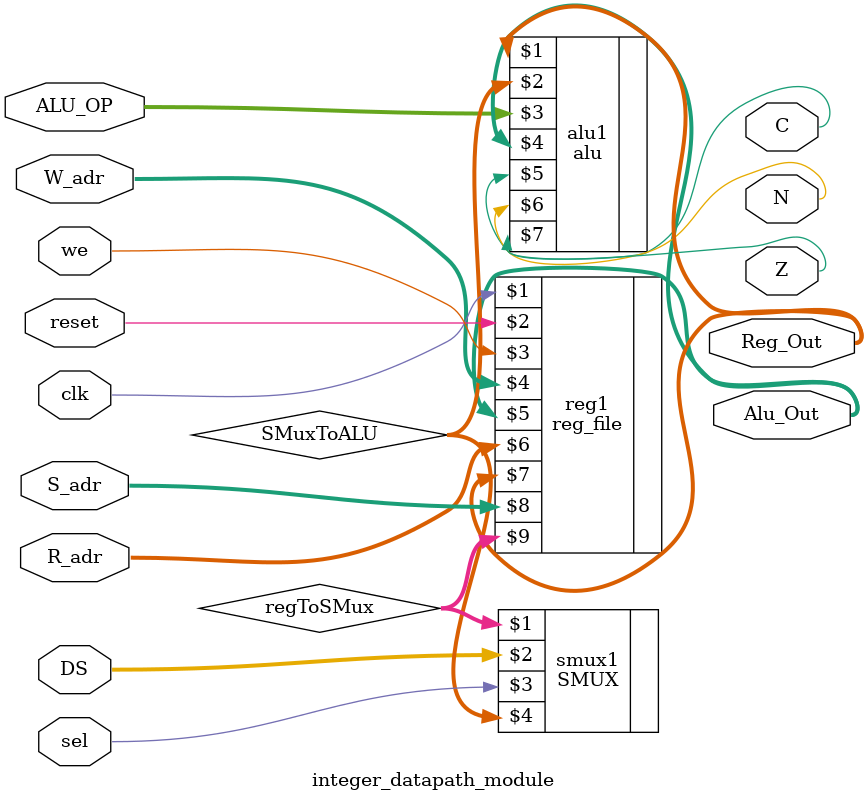
<source format=v>
`timescale 1ns / 1ps
module integer_datapath_module(clk,we,reset,W_adr,R_adr,S_adr,DS,sel,
                               ALU_OP,C,N,Z, Reg_Out, Alu_Out);
	input            clk, we, reset, sel;
	input    [2:0]   W_adr,R_adr,S_adr;
	input    [15:0]  DS;
	input    [3:0]   ALU_OP;
   output wire          C,N,Z;
   output wire  [15:0]  Reg_Out;
	output wire  [15:0]  Alu_Out;
   wire         [15:0]  regToALU;
   wire         [15:0]  regToSMux;
   wire         [15:0]  SMuxToALU;
                
                
   //                   clk , reset , we , W_adr ,    W     , 
   reg_file     reg1   (clk , reset , we , W_adr , Alu_Out  , 
   //                   R_adr ,    R     , S_adr ,    S
                        R_adr , Reg_Out , S_adr , regToSMux);
                        
   //                       S     , DS , sel ,  MuxOut
   SMUX         smux1  (regToSMux , DS , sel , SMuxToALU);
   
   //                       R    ,     S     , Alu_Op ,    Y    ,
   alu          alu1   (Reg_Out , SMuxToALU , ALU_OP , Alu_Out ,
   //                   C , N , Z   
                        C , N , Z);
endmodule
</source>
